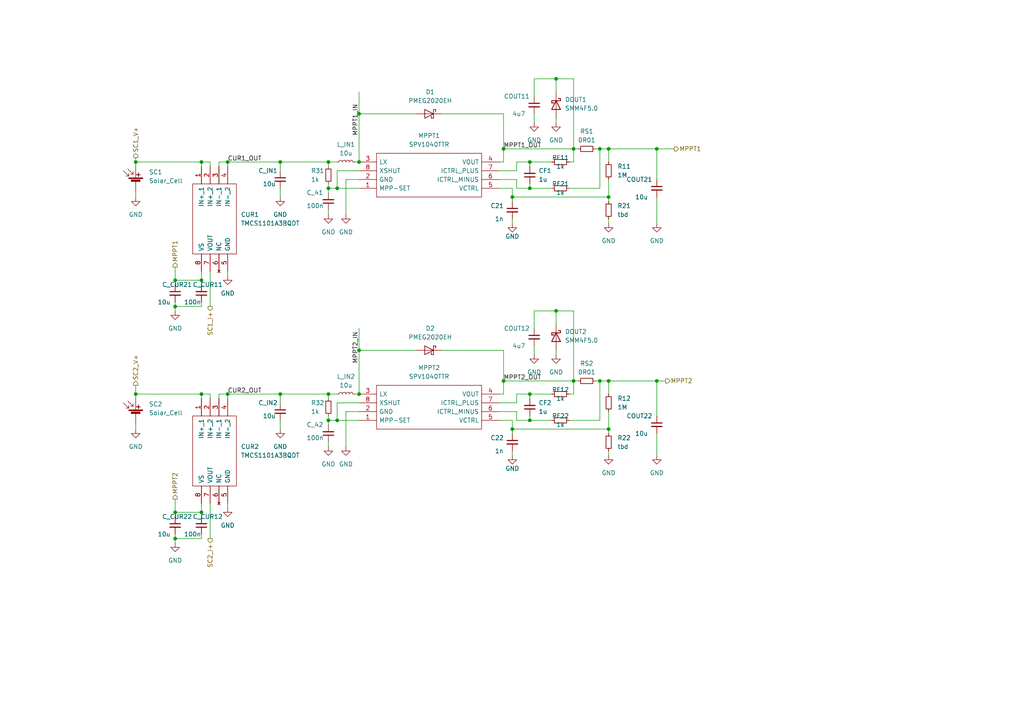
<source format=kicad_sch>
(kicad_sch (version 20211123) (generator eeschema)
  (paper "A4")
  (lib_symbols
    (symbol "Device:C_Small" (pin_numbers hide) (pin_names (offset 0.254) hide)
      (property "Reference" "C" (at 0.254 1.778 0))
      (property "Value" "C_Small" (at 0.254 -2.032 0))
      (symbol "C_Small_0_1"
        (polyline (pts (xy -1.524 -0.508) (xy 1.524 -0.508)) (stroke (width 0.3302)))
        (polyline (pts (xy -1.524 0.508) (xy 1.524 0.508)) (stroke (width 0.3048)))
      )
      (symbol "C_Small_1_1"
        (pin passive line (at 0 2.54 270) (length 2.032) (name "~") (number "1"))
        (pin passive line (at 0 -2.54 90) (length 2.032) (name "~") (number "2"))
      )
    )
    (symbol "Device:D_Schottky" (pin_numbers hide) (pin_names (offset 1.016) hide)
      (property "Reference" "D" (at 0 2.54 0))
      (property "Value" "D_Schottky" (at 0 -2.54 0))
      (symbol "D_Schottky_0_1"
        (polyline (pts (xy 1.27 0) (xy -1.27 0)))
        (polyline (pts (xy 1.27 1.27) (xy 1.27 -1.27) (xy -1.27 0) (xy 1.27 1.27)) (stroke (width 0.254)))
        (polyline (pts (xy -1.905 0.635) (xy -1.905 1.27) (xy -1.27 1.27) (xy -1.27 -1.27) (xy -0.635 -1.27) (xy -0.635 -0.635)) (stroke (width 0.254)))
      )
      (symbol "D_Schottky_1_1"
        (pin passive line (at -3.81 0 0) (length 2.54) (name "K") (number "1"))
        (pin passive line (at 3.81 0 180) (length 2.54) (name "A") (number "2"))
      )
    )
    (symbol "Device:L_Small" (pin_numbers hide) (pin_names (offset 0.254) hide)
      (property "Reference" "L" (at 0.762 1.016 0))
      (property "Value" "L_Small" (at 0.762 -1.016 0))
      (symbol "L_Small_0_1"
        (arc (start 0 -2.032) (mid 0.508 -1.524) (end 0 -1.016))
        (arc (start 0 -1.016) (mid 0.508 -0.508) (end 0 0))
        (arc (start 0 0) (mid 0.508 0.508) (end 0 1.016))
        (arc (start 0 1.016) (mid 0.508 1.524) (end 0 2.032))
      )
      (symbol "L_Small_1_1"
        (pin passive line (at 0 2.54 270) (length 0.508) (name "~") (number "1"))
        (pin passive line (at 0 -2.54 90) (length 0.508) (name "~") (number "2"))
      )
    )
    (symbol "Device:R_Small" (pin_numbers hide) (pin_names (offset 0.254) hide)
      (property "Reference" "R" (at 0.762 0.508 0))
      (property "Value" "R_Small" (at 0.762 -1.016 0))
      (symbol "R_Small_0_1"
        (rectangle (start -0.762 1.778) (end 0.762 -1.778) (stroke (width 0.2032)))
      )
      (symbol "R_Small_1_1"
        (pin passive line (at 0 2.54 270) (length 0.762) (name "~") (number "1"))
        (pin passive line (at 0 -2.54 90) (length 0.762) (name "~") (number "2"))
      )
    )
    (symbol "Device:Solar_Cell" (pin_numbers hide) (pin_names (offset 0) hide)
      (property "Reference" "SC" (at 2.54 2.54 0))
      (property "Value" "Solar_Cell" (at 2.54 0 0))
      (symbol "Solar_Cell_0_1"
        (rectangle (start -2.032 1.778) (end 2.032 1.524) (fill (type outline)))
        (rectangle (start -1.3208 1.1938) (end 1.27 0.6858) (fill (type outline)))
        (polyline (pts (xy -2.032 2.286) (xy -3.556 3.81)))
        (polyline (pts (xy -0.762 2.794) (xy -2.286 4.318)))
        (polyline (pts (xy 0 0.762) (xy 0 0)))
        (polyline (pts (xy 0 1.778) (xy 0 2.54)))
        (polyline (pts (xy 0.254 2.667) (xy 1.27 2.667)) (stroke (width 0.254)))
        (polyline (pts (xy 0.762 3.175) (xy 0.762 2.159)) (stroke (width 0.254)))
        (polyline (pts (xy -2.032 3.048) (xy -2.032 2.286) (xy -2.794 2.286)))
        (polyline (pts (xy -0.762 3.556) (xy -0.762 2.794) (xy -1.524 2.794)))
      )
      (symbol "Solar_Cell_1_1"
        (pin passive line (at 0 5.08 270) (length 2.54) (name "+") (number "1"))
        (pin passive line (at 0 -2.54 90) (length 2.54) (name "-") (number "2"))
      )
    )
    (symbol "Diode:PMEG2020EH" (pin_numbers hide) (pin_names hide)
      (property "Reference" "D" (at 0 2.54 0))
      (property "Value" "PMEG2020EH" (at 0 -2.54 0))
      (symbol "PMEG2020EH_0_1"
        (polyline (pts (xy 1.27 0) (xy -1.27 0)))
        (polyline (pts (xy 1.27 1.27) (xy 1.27 -1.27) (xy -1.27 0) (xy 1.27 1.27)) (stroke (width 0.2032)))
        (polyline (pts (xy -1.905 0.635) (xy -1.905 1.27) (xy -1.27 1.27) (xy -1.27 -1.27) (xy -0.635 -1.27) (xy -0.635 -0.635)) (stroke (width 0.2032)))
      )
      (symbol "PMEG2020EH_1_1"
        (pin passive line (at -3.81 0 0) (length 2.54) (name "K") (number "1"))
        (pin passive line (at 3.81 0 180) (length 2.54) (name "A") (number "2"))
      )
    )
    (symbol "SamacSys:SPV1040TTR" (pin_names (offset 0.762))
      (property "Reference" "IC?" (at 20.32 7.62 0))
      (property "Value" "SPV1040TTR" (at 20.32 5.08 0))
      (symbol "SPV1040TTR_0_0"
        (pin input line (at 0 -7.62 0) (length 5.08) (name "MPP-SET") (number "1"))
        (pin power_in line (at 0 -5.08 0) (length 5.08) (name "GND") (number "2"))
        (pin input line (at 0 0 0) (length 5.08) (name "LX") (number "3"))
        (pin output line (at 40.64 0 180) (length 5.08) (name "VOUT") (number "4"))
        (pin input line (at 40.64 -7.62 180) (length 5.08) (name "VCTRL") (number "5"))
        (pin input line (at 40.64 -5.08 180) (length 5.08) (name "ICTRL_MINUS") (number "6"))
        (pin input line (at 40.64 -2.54 180) (length 5.08) (name "ICTRL_PLUS") (number "7"))
        (pin input line (at 0 -2.54 0) (length 5.08) (name "XSHUT") (number "8"))
      )
      (symbol "SPV1040TTR_0_1"
        (polyline (pts (xy 5.08 2.54) (xy 35.56 2.54) (xy 35.56 -10.16) (xy 5.08 -10.16) (xy 5.08 2.54)) (stroke (width 0.1524)))
      )
    )
    (symbol "SamacSys_Parts:TMCS1101A3BQDT" (pin_names (offset 0.762))
      (property "Reference" "IC" (at 26.67 7.62 0))
      (property "Value" "TMCS1101A3BQDT" (at 26.67 5.08 0))
      (symbol "TMCS1101A3BQDT_0_0"
        (pin passive line (at 0 0 0) (length 5.08) (name "IN+_1") (number "1"))
        (pin passive line (at 0 -2.54 0) (length 5.08) (name "IN+_2") (number "2"))
        (pin passive line (at 0 -5.08 0) (length 5.08) (name "IN-_1") (number "3"))
        (pin passive line (at 0 -7.62 0) (length 5.08) (name "IN-_2") (number "4"))
        (pin passive line (at 30.48 -7.62 180) (length 5.08) (name "GND") (number "5"))
        (pin no_connect line (at 30.48 -5.08 180) (length 5.08) (name "NC") (number "6"))
        (pin passive line (at 30.48 -2.54 180) (length 5.08) (name "VOUT") (number "7"))
        (pin passive line (at 30.48 0 180) (length 5.08) (name "VS") (number "8"))
      )
      (symbol "TMCS1101A3BQDT_0_1"
        (polyline (pts (xy 5.08 2.54) (xy 25.4 2.54) (xy 25.4 -10.16) (xy 5.08 -10.16) (xy 5.08 2.54)) (stroke (width 0.1524)))
      )
    )
    (symbol "power:GND" (power) (pin_names (offset 0))
      (property "Value" "GND" (at 0 -3.81 0))
      (symbol "GND_0_1"
        (polyline (pts (xy 0 0) (xy 0 -1.27) (xy 1.27 -1.27) (xy 0 -2.54) (xy -1.27 -1.27) (xy 0 -1.27)))
      )
      (symbol "GND_1_1"
        (pin power_in line (at 0 0 270) (length 0) hide (name "GND") (number "1"))
      )
    )
  )
  (junction (at 58.42 148.59))
  (junction (at 104.14 46.99))
  (junction (at 166.37 110.49))
  (junction (at 176.53 57.15))
  (junction (at 95.25 121.92))
  (junction (at 97.79 121.92))
  (junction (at 190.5 43.18))
  (junction (at 153.67 46.99))
  (junction (at 58.42 81.28))
  (junction (at 97.79 54.61))
  (junction (at 166.37 43.18))
  (junction (at 148.59 57.15))
  (junction (at 58.42 46.99))
  (junction (at 190.5 110.49))
  (junction (at 66.04 46.99))
  (junction (at 173.99 43.18))
  (junction (at 50.8 88.9))
  (junction (at 153.67 114.3))
  (junction (at 153.67 121.92))
  (junction (at 146.05 43.18))
  (junction (at 153.67 54.61))
  (junction (at 104.14 101.6))
  (junction (at 39.37 46.99))
  (junction (at 176.53 124.46))
  (junction (at 95.25 46.99))
  (junction (at 50.8 81.28))
  (junction (at 176.53 110.49))
  (junction (at 50.8 148.59))
  (junction (at 58.42 114.3))
  (junction (at 148.59 124.46))
  (junction (at 81.28 114.3))
  (junction (at 81.28 46.99))
  (junction (at 173.99 110.49))
  (junction (at 66.04 114.3))
  (junction (at 95.25 114.3))
  (junction (at 95.25 54.61))
  (junction (at 161.29 22.86))
  (junction (at 104.14 114.3))
  (junction (at 176.53 43.18))
  (junction (at 146.05 110.49))
  (junction (at 39.37 114.3))
  (junction (at 104.14 33.02))
  (junction (at 50.8 156.21))
  (junction (at 161.29 90.17))
  (wire (pts (xy 39.37 46.99) (xy 39.37 48.26)))
  (wire (pts (xy 81.28 121.92) (xy 81.28 124.46)))
  (wire (pts (xy 165.1 54.61) (xy 173.99 54.61)))
  (wire (pts (xy 63.5 46.99) (xy 63.5 48.26)))
  (wire (pts (xy 50.8 156.21) (xy 58.42 156.21)))
  (wire (pts (xy 97.79 49.53) (xy 97.79 54.61)))
  (wire (pts (xy 104.14 26.67) (xy 104.14 33.02)))
  (wire (pts (xy 97.79 116.84) (xy 97.79 121.92)))
  (wire (pts (xy 128.27 101.6) (xy 146.05 101.6)))
  (wire (pts (xy 161.29 90.17) (xy 166.37 90.17)))
  (wire (pts (xy 153.67 121.92) (xy 153.67 120.65)))
  (wire (pts (xy 148.59 57.15) (xy 148.59 54.61)))
  (wire (pts (xy 50.8 156.21) (xy 50.8 157.48)))
  (wire (pts (xy 50.8 88.9) (xy 58.42 88.9)))
  (wire (pts (xy 146.05 101.6) (xy 146.05 110.49)))
  (wire (pts (xy 154.94 27.94) (xy 154.94 22.86)))
  (wire (pts (xy 153.67 46.99) (xy 160.02 46.99)))
  (wire (pts (xy 104.14 49.53) (xy 97.79 49.53)))
  (wire (pts (xy 148.59 124.46) (xy 148.59 121.92)))
  (wire (pts (xy 97.79 121.92) (xy 95.25 121.92)))
  (wire (pts (xy 95.25 114.3) (xy 97.79 114.3)))
  (wire (pts (xy 66.04 46.99) (xy 81.28 46.99)))
  (wire (pts (xy 95.25 54.61) (xy 95.25 55.88)))
  (wire (pts (xy 153.67 121.92) (xy 160.02 121.92)))
  (wire (pts (xy 153.67 46.99) (xy 149.86 46.99)))
  (wire (pts (xy 149.86 54.61) (xy 153.67 54.61)))
  (wire (pts (xy 161.29 34.29) (xy 161.29 35.56)))
  (wire (pts (xy 81.28 116.84) (xy 81.28 114.3)))
  (wire (pts (xy 104.14 119.38) (xy 100.33 119.38)))
  (wire (pts (xy 176.53 124.46) (xy 148.59 124.46)))
  (wire (pts (xy 166.37 114.3) (xy 165.1 114.3)))
  (wire (pts (xy 193.04 110.49) (xy 190.5 110.49)))
  (wire (pts (xy 58.42 114.3) (xy 60.96 114.3)))
  (wire (pts (xy 190.5 110.49) (xy 176.53 110.49)))
  (wire (pts (xy 149.86 119.38) (xy 149.86 121.92)))
  (wire (pts (xy 166.37 43.18) (xy 167.64 43.18)))
  (wire (pts (xy 166.37 22.86) (xy 166.37 43.18)))
  (wire (pts (xy 50.8 81.28) (xy 50.8 82.55)))
  (wire (pts (xy 176.53 43.18) (xy 173.99 43.18)))
  (wire (pts (xy 144.78 52.07) (xy 149.86 52.07)))
  (wire (pts (xy 165.1 121.92) (xy 173.99 121.92)))
  (wire (pts (xy 146.05 43.18) (xy 166.37 43.18)))
  (wire (pts (xy 81.28 49.53) (xy 81.28 46.99)))
  (wire (pts (xy 39.37 111.76) (xy 39.37 114.3)))
  (wire (pts (xy 95.25 114.3) (xy 95.25 115.57)))
  (wire (pts (xy 149.86 114.3) (xy 149.86 116.84)))
  (wire (pts (xy 154.94 33.02) (xy 154.94 35.56)))
  (wire (pts (xy 153.67 54.61) (xy 160.02 54.61)))
  (wire (pts (xy 104.14 121.92) (xy 97.79 121.92)))
  (wire (pts (xy 60.96 114.3) (xy 60.96 115.57)))
  (wire (pts (xy 161.29 22.86) (xy 161.29 26.67)))
  (wire (pts (xy 176.53 114.3) (xy 176.53 110.49)))
  (wire (pts (xy 190.5 125.73) (xy 190.5 132.08)))
  (wire (pts (xy 166.37 110.49) (xy 167.64 110.49)))
  (wire (pts (xy 50.8 148.59) (xy 50.8 149.86)))
  (wire (pts (xy 60.96 46.99) (xy 60.96 48.26)))
  (wire (pts (xy 58.42 78.74) (xy 58.42 81.28)))
  (wire (pts (xy 58.42 154.94) (xy 58.42 156.21)))
  (wire (pts (xy 149.86 49.53) (xy 144.78 49.53)))
  (wire (pts (xy 154.94 95.25) (xy 154.94 90.17)))
  (wire (pts (xy 97.79 54.61) (xy 95.25 54.61)))
  (wire (pts (xy 58.42 87.63) (xy 58.42 88.9)))
  (wire (pts (xy 50.8 87.63) (xy 50.8 88.9)))
  (wire (pts (xy 172.72 110.49) (xy 173.99 110.49)))
  (wire (pts (xy 95.25 54.61) (xy 95.25 53.34)))
  (wire (pts (xy 95.25 128.27) (xy 95.25 129.54)))
  (wire (pts (xy 144.78 119.38) (xy 149.86 119.38)))
  (wire (pts (xy 58.42 146.05) (xy 58.42 148.59)))
  (wire (pts (xy 172.72 43.18) (xy 173.99 43.18)))
  (wire (pts (xy 66.04 78.74) (xy 66.04 80.01)))
  (wire (pts (xy 58.42 46.99) (xy 60.96 46.99)))
  (wire (pts (xy 100.33 52.07) (xy 100.33 62.23)))
  (wire (pts (xy 153.67 114.3) (xy 160.02 114.3)))
  (wire (pts (xy 176.53 52.07) (xy 176.53 57.15)))
  (wire (pts (xy 144.78 54.61) (xy 148.59 54.61)))
  (wire (pts (xy 195.58 43.18) (xy 190.5 43.18)))
  (wire (pts (xy 166.37 110.49) (xy 166.37 114.3)))
  (wire (pts (xy 104.14 95.25) (xy 104.14 101.6)))
  (wire (pts (xy 100.33 119.38) (xy 100.33 129.54)))
  (wire (pts (xy 161.29 22.86) (xy 166.37 22.86)))
  (wire (pts (xy 104.14 33.02) (xy 120.65 33.02)))
  (wire (pts (xy 63.5 114.3) (xy 63.5 115.57)))
  (wire (pts (xy 190.5 57.15) (xy 190.5 64.77)))
  (wire (pts (xy 153.67 115.57) (xy 153.67 114.3)))
  (wire (pts (xy 146.05 46.99) (xy 146.05 43.18)))
  (wire (pts (xy 190.5 110.49) (xy 190.5 120.65)))
  (wire (pts (xy 95.25 46.99) (xy 97.79 46.99)))
  (wire (pts (xy 153.67 54.61) (xy 153.67 53.34)))
  (wire (pts (xy 81.28 114.3) (xy 95.25 114.3)))
  (wire (pts (xy 58.42 148.59) (xy 58.42 149.86)))
  (wire (pts (xy 66.04 114.3) (xy 66.04 115.57)))
  (wire (pts (xy 104.14 101.6) (xy 104.14 114.3)))
  (wire (pts (xy 176.53 46.99) (xy 176.53 43.18)))
  (wire (pts (xy 95.25 60.96) (xy 95.25 62.23)))
  (wire (pts (xy 50.8 144.78) (xy 50.8 148.59)))
  (wire (pts (xy 104.14 33.02) (xy 104.14 46.99)))
  (wire (pts (xy 60.96 146.05) (xy 60.96 156.21)))
  (wire (pts (xy 95.25 121.92) (xy 95.25 120.65)))
  (wire (pts (xy 190.5 43.18) (xy 176.53 43.18)))
  (wire (pts (xy 166.37 90.17) (xy 166.37 110.49)))
  (wire (pts (xy 153.67 48.26) (xy 153.67 46.99)))
  (wire (pts (xy 104.14 116.84) (xy 97.79 116.84)))
  (wire (pts (xy 148.59 132.08) (xy 148.59 130.81)))
  (wire (pts (xy 63.5 114.3) (xy 66.04 114.3)))
  (wire (pts (xy 50.8 148.59) (xy 58.42 148.59)))
  (wire (pts (xy 63.5 46.99) (xy 66.04 46.99)))
  (wire (pts (xy 39.37 45.72) (xy 39.37 46.99)))
  (wire (pts (xy 176.53 130.81) (xy 176.53 132.08)))
  (wire (pts (xy 128.27 33.02) (xy 146.05 33.02)))
  (wire (pts (xy 190.5 43.18) (xy 190.5 52.07)))
  (wire (pts (xy 104.14 54.61) (xy 97.79 54.61)))
  (wire (pts (xy 39.37 123.19) (xy 39.37 124.46)))
  (wire (pts (xy 176.53 125.73) (xy 176.53 124.46)))
  (wire (pts (xy 104.14 52.07) (xy 100.33 52.07)))
  (wire (pts (xy 66.04 46.99) (xy 66.04 48.26)))
  (wire (pts (xy 58.42 81.28) (xy 58.42 82.55)))
  (wire (pts (xy 161.29 101.6) (xy 161.29 102.87)))
  (wire (pts (xy 146.05 110.49) (xy 166.37 110.49)))
  (wire (pts (xy 39.37 114.3) (xy 58.42 114.3)))
  (wire (pts (xy 95.25 121.92) (xy 95.25 123.19)))
  (wire (pts (xy 149.86 116.84) (xy 144.78 116.84)))
  (wire (pts (xy 50.8 77.47) (xy 50.8 81.28)))
  (wire (pts (xy 154.94 22.86) (xy 161.29 22.86)))
  (wire (pts (xy 39.37 46.99) (xy 58.42 46.99)))
  (wire (pts (xy 149.86 121.92) (xy 153.67 121.92)))
  (wire (pts (xy 66.04 114.3) (xy 81.28 114.3)))
  (wire (pts (xy 176.53 119.38) (xy 176.53 124.46)))
  (wire (pts (xy 58.42 46.99) (xy 58.42 48.26)))
  (wire (pts (xy 176.53 57.15) (xy 148.59 57.15)))
  (wire (pts (xy 50.8 88.9) (xy 50.8 90.17)))
  (wire (pts (xy 149.86 46.99) (xy 149.86 49.53)))
  (wire (pts (xy 95.25 46.99) (xy 95.25 48.26)))
  (wire (pts (xy 81.28 54.61) (xy 81.28 57.15)))
  (wire (pts (xy 60.96 78.74) (xy 60.96 88.9)))
  (wire (pts (xy 148.59 124.46) (xy 148.59 125.73)))
  (wire (pts (xy 148.59 64.77) (xy 148.59 63.5)))
  (wire (pts (xy 176.53 63.5) (xy 176.53 64.77)))
  (wire (pts (xy 144.78 46.99) (xy 146.05 46.99)))
  (wire (pts (xy 173.99 110.49) (xy 173.99 121.92)))
  (wire (pts (xy 102.87 114.3) (xy 104.14 114.3)))
  (wire (pts (xy 58.42 114.3) (xy 58.42 115.57)))
  (wire (pts (xy 161.29 90.17) (xy 161.29 93.98)))
  (wire (pts (xy 176.53 110.49) (xy 173.99 110.49)))
  (wire (pts (xy 166.37 46.99) (xy 165.1 46.99)))
  (wire (pts (xy 146.05 114.3) (xy 146.05 110.49)))
  (wire (pts (xy 153.67 114.3) (xy 149.86 114.3)))
  (wire (pts (xy 39.37 55.88) (xy 39.37 57.15)))
  (wire (pts (xy 154.94 100.33) (xy 154.94 102.87)))
  (wire (pts (xy 148.59 57.15) (xy 148.59 58.42)))
  (wire (pts (xy 104.14 101.6) (xy 120.65 101.6)))
  (wire (pts (xy 144.78 114.3) (xy 146.05 114.3)))
  (wire (pts (xy 144.78 121.92) (xy 148.59 121.92)))
  (wire (pts (xy 66.04 146.05) (xy 66.04 147.32)))
  (wire (pts (xy 50.8 154.94) (xy 50.8 156.21)))
  (wire (pts (xy 50.8 81.28) (xy 58.42 81.28)))
  (wire (pts (xy 146.05 33.02) (xy 146.05 43.18)))
  (wire (pts (xy 39.37 114.3) (xy 39.37 115.57)))
  (wire (pts (xy 102.87 46.99) (xy 104.14 46.99)))
  (wire (pts (xy 176.53 58.42) (xy 176.53 57.15)))
  (wire (pts (xy 149.86 52.07) (xy 149.86 54.61)))
  (wire (pts (xy 166.37 43.18) (xy 166.37 46.99)))
  (wire (pts (xy 81.28 46.99) (xy 95.25 46.99)))
  (wire (pts (xy 154.94 90.17) (xy 161.29 90.17)))
  (wire (pts (xy 173.99 43.18) (xy 173.99 54.61)))
  (label "CUR1_OUT" (at 66.04 46.99 0))
  (label "CUR2_OUT" (at 66.04 114.3 0))
  (label "MPPT1_OUT" (at 146.05 43.18 0))
  (label "MPPT2_OUT" (at 146.05 110.49 0))
  (label "MPPT2_IN" (at 104.14 105.41 90))
  (label "MPPT1_IN" (at 104.14 39.37 90))
  (hierarchical_label "MPPT1" (shape output) (at 50.8 77.47 90))
  (hierarchical_label "SC2_V+" (shape output) (at 39.37 111.76 90))
  (hierarchical_label "SC2_I+" (shape output) (at 60.96 156.21 270))
  (hierarchical_label "SC1_I+" (shape output) (at 60.96 88.9 270))
  (hierarchical_label "SC1_V+" (shape output) (at 39.37 45.72 90))
  (hierarchical_label "MPPT2" (shape output) (at 50.8 144.78 90))
  (hierarchical_label "MPPT2" (shape output) (at 193.04 110.49 0))
  (hierarchical_label "MPPT1" (shape output) (at 195.58 43.18 0))
  (symbol (lib_id "Device:R_Small") (at 170.18 43.18 270) (unit 1)
    (property "Reference" "RS1" (at 170.18 38.1 90))
    (property "Value" "0R01" (at 170.18 40.64 90))
    (property "Footprint" "Resistor_SMD:R_0603_1608Metric" (effects hide))
  )
  (symbol (lib_id "Device:L_Small") (at 100.33 114.3 90) (unit 1)
    (property "Reference" "L_IN2" (at 100.33 109.22 90))
    (property "Value" "10u" (at 100.33 111.76 90))
    (property "Footprint" "STS_Inductor_SMD:XAL6060103MEC" (effects hide))
  )
  (symbol (lib_id "power:GND") (at 161.29 102.87 0) (unit 1)
    (property "Reference" "#PWR017" (effects hide))
    (property "Value" "GND" (at 161.29 107.95 0))
  )
  (symbol (lib_id "Device:C_Small") (at 58.42 152.4 180) (unit 1)
    (property "Reference" "C_CUR12" (at 55.88 149.86 0) (effects (justify right)))
    (property "Value" "100n" (at 53.34 154.94 0) (effects (justify right)))
    (property "Footprint" "Capacitor_SMD:C_0603_1608Metric" (effects hide))
  )
  (symbol (lib_id "Diode:PMEG2020EH") (at 124.46 33.02 0) (mirror y) (unit 1)
    (property "Reference" "D1" (at 124.7775 26.67 0))
    (property "Value" "PMEG2020EH" (at 124.7775 29.21 0))
    (property "Footprint" "Diode_SMD:D_SOD-123F" (effects hide))
    (property "Datasheet" "https://assets.nexperia.com/documents/data-sheet/PMEG2020EH_EJ.pdf" (effects hide))
  )
  (symbol (lib_id "Device:C_Small") (at 148.59 60.96 0) (unit 1)
    (property "Reference" "C21" (at 142.24 59.69 0) (effects (justify left)))
    (property "Value" "1n" (at 143.51 63.5 0) (effects (justify left)))
    (property "Footprint" "Capacitor_SMD:C_0603_1608Metric" (effects hide))
  )
  (symbol (lib_id "power:GND") (at 81.28 124.46 0) (unit 1)
    (property "Reference" "#PWR09" (effects hide))
    (property "Value" "GND" (at 81.28 129.54 0))
  )
  (symbol (lib_id "Device:C_Small") (at 190.5 54.61 0) (unit 1)
    (property "Reference" "COUT21" (at 189.23 52.07 0) (effects (justify right)))
    (property "Value" "10u" (at 187.96 57.15 0) (effects (justify right)))
    (property "Footprint" "Capacitor_SMD:C_0603_1608Metric" (effects hide))
  )
  (symbol (lib_id "Device:C_Small") (at 190.5 123.19 0) (unit 1)
    (property "Reference" "COUT22" (at 189.23 120.65 0) (effects (justify right)))
    (property "Value" "10u" (at 187.96 125.73 0) (effects (justify right)))
    (property "Footprint" "Capacitor_SMD:C_0603_1608Metric" (effects hide))
  )
  (symbol (lib_id "Diode:PMEG2020EH") (at 124.46 101.6 0) (mirror y) (unit 1)
    (property "Reference" "D2" (at 124.7775 95.25 0))
    (property "Value" "PMEG2020EH" (at 124.7775 97.79 0))
    (property "Footprint" "Diode_SMD:D_SOD-123F" (effects hide))
    (property "Datasheet" "https://assets.nexperia.com/documents/data-sheet/PMEG2020EH_EJ.pdf" (effects hide))
  )
  (symbol (lib_id "power:GND") (at 95.25 62.23 0) (unit 1)
    (property "Reference" "#PWR010" (effects hide))
    (property "Value" "GND" (at 95.25 67.31 0))
  )
  (symbol (lib_id "power:GND") (at 190.5 132.08 0) (unit 1)
    (property "Reference" "#PWR0110" (effects hide))
    (property "Value" "GND" (at 190.5 137.16 0))
  )
  (symbol (lib_id "Device:Solar_Cell") (at 39.37 120.65 0) (unit 1)
    (property "Reference" "SC2" (at 43.18 117.2209 0) (effects (justify left)))
    (property "Value" "Solar_Cell" (at 43.18 119.7609 0) (effects (justify left)))
    (property "Footprint" "STS_Solarcells:3G30A_40x80" (effects hide))
  )
  (symbol (lib_id "Device:R_Small") (at 176.53 60.96 180) (unit 1)
    (property "Reference" "R21" (at 179.07 59.6899 0) (effects (justify right)))
    (property "Value" "tbd" (at 179.07 62.2299 0) (effects (justify right)))
    (property "Footprint" "Resistor_SMD:R_0603_1608Metric" (effects hide))
  )
  (symbol (lib_id "power:GND") (at 176.53 132.08 0) (unit 1)
    (property "Reference" "#PWR018" (effects hide))
    (property "Value" "GND" (at 176.53 137.16 0))
  )
  (symbol (lib_id "power:GND") (at 95.25 129.54 0) (unit 1)
    (property "Reference" "#PWR011" (effects hide))
    (property "Value" "GND" (at 95.25 134.62 0))
  )
  (symbol (lib_id "Device:C_Small") (at 81.28 119.38 0) (unit 1)
    (property "Reference" "C_IN2" (at 74.93 116.84 0) (effects (justify left)))
    (property "Value" "10u" (at 76.2 120.65 0) (effects (justify left)))
    (property "Footprint" "Capacitor_SMD:C_0603_1608Metric" (effects hide))
  )
  (symbol (lib_id "Device:R_Small") (at 176.53 49.53 180) (unit 1)
    (property "Reference" "R11" (at 179.07 48.2599 0) (effects (justify right)))
    (property "Value" "1M" (at 179.07 50.7999 0) (effects (justify right)))
    (property "Footprint" "Resistor_SMD:R_0603_1608Metric" (effects hide))
  )
  (symbol (lib_id "Device:R_Small") (at 95.25 50.8 180) (unit 1)
    (property "Reference" "R31" (at 90.17 49.53 0) (effects (justify right)))
    (property "Value" "1k" (at 90.17 52.07 0) (effects (justify right)))
    (property "Footprint" "Resistor_SMD:R_0603_1608Metric" (effects hide))
  )
  (symbol (lib_id "Device:R_Small") (at 170.18 110.49 270) (unit 1)
    (property "Reference" "RS2" (at 170.18 105.41 90))
    (property "Value" "0R01" (at 170.18 107.95 90))
    (property "Footprint" "Resistor_SMD:R_0603_1608Metric" (effects hide))
  )
  (symbol (lib_id "Device:C_Small") (at 154.94 97.79 0) (unit 1)
    (property "Reference" "COUT12" (at 153.67 95.25 0) (effects (justify right)))
    (property "Value" "4u7" (at 152.4 100.33 0) (effects (justify right)))
    (property "Footprint" "Capacitor_SMD:C_0603_1608Metric" (effects hide))
  )
  (symbol (lib_id "power:GND") (at 39.37 57.15 0) (unit 1)
    (property "Reference" "#PWR0108" (effects hide))
    (property "Value" "GND" (at 39.37 62.23 0))
  )
  (symbol (lib_id "power:GND") (at 66.04 80.01 0) (unit 1)
    (property "Reference" "#PWR07" (effects hide))
    (property "Value" "GND" (at 66.04 85.09 0))
  )
  (symbol (lib_id "Device:D_Schottky") (at 161.29 97.79 270) (unit 1)
    (property "Reference" "DOUT2" (at 163.83 96.2024 90) (effects (justify left)))
    (property "Value" "SMM4F5.0" (at 163.83 98.7424 90) (effects (justify left)))
    (property "Footprint" "SamacSys:STMITE" (effects hide))
  )
  (symbol (lib_id "SamacSys:SPV1040TTR") (at 104.14 46.99 0) (unit 1)
    (property "Reference" "MPPT1" (at 124.46 39.37 0))
    (property "Value" "SPV1040TTR" (at 124.46 41.91 0))
    (property "Footprint" "Package_SO:TSSOP-8_4.4x3mm_P0.65mm" (effects hide))
    (property "Description" "Switching Voltage Regulators Hi Eff Solar Charger MPPT 0.3V to 5.5V" (effects hide))
    (property "Height" "1.2" (effects hide))
    (property "Mouser Part Number" "511-SPV1040TTR" (effects hide))
    (property "Mouser Price/Stock" "https://www.mouser.co.uk/ProductDetail/STMicroelectronics/SPV1040TTR?qs=AHLdMMsI%252Bhr%2Fj5DYN1qCwQ%3D%3D" (effects hide))
    (property "Manufacturer_Name" "STMicroelectronics" (effects hide))
    (property "Manufacturer_Part_Number" "SPV1040TTR" (effects hide))
  )
  (symbol (lib_id "Device:R_Small") (at 162.56 46.99 270) (unit 1)
    (property "Reference" "RF11" (at 162.56 45.72 90))
    (property "Value" "1k" (at 162.56 48.26 90))
    (property "Footprint" "Resistor_SMD:R_0603_1608Metric" (effects hide))
  )
  (symbol (lib_id "power:GND") (at 154.94 35.56 0) (unit 1)
    (property "Reference" "#PWR014" (effects hide))
    (property "Value" "GND" (at 154.94 40.64 0))
  )
  (symbol (lib_id "Device:C_Small") (at 81.28 52.07 0) (unit 1)
    (property "Reference" "C_IN1" (at 74.93 49.53 0) (effects (justify left)))
    (property "Value" "10u" (at 76.2 53.34 0) (effects (justify left)))
    (property "Footprint" "Capacitor_SMD:C_0603_1608Metric" (effects hide))
  )
  (symbol (lib_id "power:GND") (at 190.5 64.77 0) (unit 1)
    (property "Reference" "#PWR0109" (effects hide))
    (property "Value" "GND" (at 190.5 69.85 0))
  )
  (symbol (lib_id "Device:C_Small") (at 154.94 30.48 0) (unit 1)
    (property "Reference" "COUT11" (at 153.67 27.94 0) (effects (justify right)))
    (property "Value" "4u7" (at 152.4 33.02 0) (effects (justify right)))
    (property "Footprint" "Capacitor_SMD:C_0603_1608Metric" (effects hide))
  )
  (symbol (lib_id "power:GND") (at 148.59 132.08 0) (unit 1)
    (property "Reference" "#PWR013" (effects hide))
    (property "Value" "GND" (at 148.59 135.89 0))
  )
  (symbol (lib_id "Device:R_Small") (at 162.56 54.61 270) (unit 1)
    (property "Reference" "RF21" (at 162.56 53.34 90))
    (property "Value" "1k" (at 162.56 55.88 90))
    (property "Footprint" "Resistor_SMD:R_0603_1608Metric" (effects hide))
  )
  (symbol (lib_id "SamacSys_Parts:TMCS1101A3BQDT") (at 58.42 48.26 90) (mirror x) (unit 1)
    (property "Reference" "CUR1" (at 69.85 62.2299 90) (effects (justify right)))
    (property "Value" "TMCS1101A3BQDT" (at 69.85 64.7699 90) (effects (justify right)))
    (property "Footprint" "Package_SO:SOIC-8_3.9x4.9mm_P1.27mm" (effects hide))
    (property "Datasheet" "http://www.ti.com/general/docs/lit/getliterature.tsp?genericPartNumber=TMCS1101&fileType=pdf" (effects hide))
    (property "Description" "Board Mount Current Sensors Precision isolated current sensor with internal reference 8-SOIC -40 to 125" (effects hide))
    (property "Height" "1.75" (effects hide))
    (property "Mouser Part Number" "595-TMCS1101A3BQDT" (effects hide))
    (property "Mouser Price/Stock" "https://www.mouser.co.uk/ProductDetail/Texas-Instruments/TMCS1101A3BQDT?qs=sPbYRqrBIVlcEjfuuH8LqA%3D%3D" (effects hide))
    (property "Manufacturer_Name" "Texas Instruments" (effects hide))
    (property "Manufacturer_Part_Number" "TMCS1101A3BQDT" (effects hide))
  )
  (symbol (lib_id "Device:R_Small") (at 176.53 128.27 180) (unit 1)
    (property "Reference" "R22" (at 179.07 126.9999 0) (effects (justify right)))
    (property "Value" "tbd" (at 179.07 129.5399 0) (effects (justify right)))
    (property "Footprint" "Resistor_SMD:R_0603_1608Metric" (effects hide))
  )
  (symbol (lib_id "Device:C_Small") (at 153.67 50.8 180) (unit 1)
    (property "Reference" "CF1" (at 156.21 49.5235 0) (effects (justify right)))
    (property "Value" "1u" (at 156.21 52.0635 0) (effects (justify right)))
    (property "Footprint" "Capacitor_SMD:C_0603_1608Metric" (effects hide))
  )
  (symbol (lib_id "Device:C_Small") (at 153.67 118.11 180) (unit 1)
    (property "Reference" "CF2" (at 156.21 116.8335 0) (effects (justify right)))
    (property "Value" "1u" (at 156.21 119.3735 0) (effects (justify right)))
    (property "Footprint" "Capacitor_SMD:C_0603_1608Metric" (effects hide))
  )
  (symbol (lib_id "power:GND") (at 39.37 124.46 0) (unit 1)
    (property "Reference" "#PWR0107" (effects hide))
    (property "Value" "GND" (at 39.37 129.54 0))
  )
  (symbol (lib_id "Device:C_Small") (at 50.8 152.4 0) (mirror y) (unit 1)
    (property "Reference" "C_CUR22" (at 46.99 149.86 0) (effects (justify right)))
    (property "Value" "10u" (at 45.72 154.94 0) (effects (justify right)))
    (property "Footprint" "Capacitor_SMD:C_0603_1608Metric" (effects hide))
  )
  (symbol (lib_id "Device:C_Small") (at 95.25 58.42 180) (unit 1)
    (property "Reference" "C_41" (at 88.9 55.88 0) (effects (justify right)))
    (property "Value" "100n" (at 88.9 59.69 0) (effects (justify right)))
    (property "Footprint" "Capacitor_SMD:C_0603_1608Metric" (effects hide))
  )
  (symbol (lib_id "power:GND") (at 154.94 102.87 0) (unit 1)
    (property "Reference" "#PWR015" (effects hide))
    (property "Value" "GND" (at 154.94 107.95 0))
  )
  (symbol (lib_id "power:GND") (at 66.04 147.32 0) (unit 1)
    (property "Reference" "#PWR08" (effects hide))
    (property "Value" "GND" (at 66.04 152.4 0))
  )
  (symbol (lib_id "Device:R_Small") (at 162.56 114.3 270) (unit 1)
    (property "Reference" "RF12" (at 162.56 113.03 90))
    (property "Value" "1k" (at 162.56 115.57 90))
    (property "Footprint" "Resistor_SMD:R_0603_1608Metric" (effects hide))
  )
  (symbol (lib_id "Device:C_Small") (at 50.8 85.09 0) (mirror y) (unit 1)
    (property "Reference" "C_CUR21" (at 46.99 82.55 0) (effects (justify right)))
    (property "Value" "10u" (at 45.72 87.63 0) (effects (justify right)))
    (property "Footprint" "Capacitor_SMD:C_0603_1608Metric" (effects hide))
  )
  (symbol (lib_id "SamacSys_Parts:TMCS1101A3BQDT") (at 58.42 115.57 90) (mirror x) (unit 1)
    (property "Reference" "CUR2" (at 69.85 129.5399 90) (effects (justify right)))
    (property "Value" "TMCS1101A3BQDT" (at 69.85 132.0799 90) (effects (justify right)))
    (property "Footprint" "Package_SO:SOIC-8_3.9x4.9mm_P1.27mm" (effects hide))
    (property "Datasheet" "http://www.ti.com/general/docs/lit/getliterature.tsp?genericPartNumber=TMCS1101&fileType=pdf" (effects hide))
    (property "Description" "Board Mount Current Sensors Precision isolated current sensor with internal reference 8-SOIC -40 to 125" (effects hide))
    (property "Height" "1.75" (effects hide))
    (property "Mouser Part Number" "595-TMCS1101A3BQDT" (effects hide))
    (property "Mouser Price/Stock" "https://www.mouser.co.uk/ProductDetail/Texas-Instruments/TMCS1101A3BQDT?qs=sPbYRqrBIVlcEjfuuH8LqA%3D%3D" (effects hide))
    (property "Manufacturer_Name" "Texas Instruments" (effects hide))
    (property "Manufacturer_Part_Number" "TMCS1101A3BQDT" (effects hide))
  )
  (symbol (lib_id "Device:L_Small") (at 100.33 46.99 90) (unit 1)
    (property "Reference" "L_IN1" (at 100.33 41.91 90))
    (property "Value" "10u" (at 100.33 44.45 90))
    (property "Footprint" "STS_Inductor_SMD:XAL6060103MEC" (effects hide))
  )
  (symbol (lib_id "Device:R_Small") (at 95.25 118.11 180) (unit 1)
    (property "Reference" "R32" (at 90.17 116.84 0) (effects (justify right)))
    (property "Value" "1k" (at 90.17 119.38 0) (effects (justify right)))
    (property "Footprint" "Resistor_SMD:R_0603_1608Metric" (effects hide))
  )
  (symbol (lib_id "power:GND") (at 50.8 90.17 0) (unit 1)
    (property "Reference" "#PWR01" (effects hide))
    (property "Value" "GND" (at 50.8 95.25 0))
  )
  (symbol (lib_id "Device:D_Schottky") (at 161.29 30.48 270) (unit 1)
    (property "Reference" "DOUT1" (at 163.83 28.8924 90) (effects (justify left)))
    (property "Value" "SMM4F5.0" (at 163.83 31.4324 90) (effects (justify left)))
    (property "Footprint" "SamacSys:STMITE" (effects hide))
  )
  (symbol (lib_id "power:GND") (at 176.53 64.77 0) (unit 1)
    (property "Reference" "#PWR0104" (effects hide))
    (property "Value" "GND" (at 176.53 69.85 0))
  )
  (symbol (lib_id "Device:C_Small") (at 148.59 128.27 0) (unit 1)
    (property "Reference" "C22" (at 142.24 127 0) (effects (justify left)))
    (property "Value" "1n" (at 143.51 130.81 0) (effects (justify left)))
    (property "Footprint" "Capacitor_SMD:C_0603_1608Metric" (effects hide))
  )
  (symbol (lib_id "Device:C_Small") (at 58.42 85.09 180) (unit 1)
    (property "Reference" "C_CUR11" (at 55.88 82.55 0) (effects (justify right)))
    (property "Value" "100n" (at 53.34 87.63 0) (effects (justify right)))
    (property "Footprint" "Capacitor_SMD:C_0603_1608Metric" (effects hide))
  )
  (symbol (lib_id "power:GND") (at 81.28 57.15 0) (unit 1)
    (property "Reference" "#PWR0106" (effects hide))
    (property "Value" "GND" (at 81.28 62.23 0))
  )
  (symbol (lib_id "power:GND") (at 100.33 129.54 0) (unit 1)
    (property "Reference" "#PWR012" (effects hide))
    (property "Value" "GND" (at 100.33 134.62 0))
  )
  (symbol (lib_id "Device:R_Small") (at 176.53 116.84 180) (unit 1)
    (property "Reference" "R12" (at 179.07 115.5699 0) (effects (justify right)))
    (property "Value" "1M" (at 179.07 118.1099 0) (effects (justify right)))
    (property "Footprint" "Resistor_SMD:R_0603_1608Metric" (effects hide))
  )
  (symbol (lib_id "power:GND") (at 148.59 64.77 0) (unit 1)
    (property "Reference" "#PWR0103" (effects hide))
    (property "Value" "GND" (at 148.59 68.58 0))
  )
  (symbol (lib_id "Device:Solar_Cell") (at 39.37 53.34 0) (unit 1)
    (property "Reference" "SC1" (at 43.18 49.9109 0) (effects (justify left)))
    (property "Value" "Solar_Cell" (at 43.18 52.4509 0) (effects (justify left)))
    (property "Footprint" "STS_Solarcells:3G30A_40x80" (effects hide))
  )
  (symbol (lib_id "power:GND") (at 100.33 62.23 0) (unit 1)
    (property "Reference" "#PWR0105" (effects hide))
    (property "Value" "GND" (at 100.33 67.31 0))
  )
  (symbol (lib_id "Device:R_Small") (at 162.56 121.92 270) (unit 1)
    (property "Reference" "RF22" (at 162.56 120.65 90))
    (property "Value" "1k" (at 162.56 123.19 90))
    (property "Footprint" "Resistor_SMD:R_0603_1608Metric" (effects hide))
  )
  (symbol (lib_id "Device:C_Small") (at 95.25 125.73 180) (unit 1)
    (property "Reference" "C_42" (at 88.9 123.19 0) (effects (justify right)))
    (property "Value" "100n" (at 88.9 127 0) (effects (justify right)))
    (property "Footprint" "Capacitor_SMD:C_0603_1608Metric" (effects hide))
  )
  (symbol (lib_id "power:GND") (at 50.8 157.48 0) (unit 1)
    (property "Reference" "#PWR06" (effects hide))
    (property "Value" "GND" (at 50.8 162.56 0))
  )
  (symbol (lib_id "power:GND") (at 161.29 35.56 0) (unit 1)
    (property "Reference" "#PWR016" (effects hide))
    (property "Value" "GND" (at 161.29 40.64 0))
  )
  (symbol (lib_id "SamacSys:SPV1040TTR") (at 104.14 114.3 0) (unit 1)
    (property "Reference" "MPPT2" (at 124.46 106.68 0))
    (property "Value" "SPV1040TTR" (at 124.46 109.22 0))
    (property "Footprint" "Package_SO:TSSOP-8_4.4x3mm_P0.65mm" (effects hide))
    (property "Description" "Switching Voltage Regulators Hi Eff Solar Charger MPPT 0.3V to 5.5V" (effects hide))
    (property "Height" "1.2" (effects hide))
    (property "Mouser Part Number" "511-SPV1040TTR" (effects hide))
    (property "Mouser Price/Stock" "https://www.mouser.co.uk/ProductDetail/STMicroelectronics/SPV1040TTR?qs=AHLdMMsI%252Bhr%2Fj5DYN1qCwQ%3D%3D" (effects hide))
    (property "Manufacturer_Name" "STMicroelectronics" (effects hide))
    (property "Manufacturer_Part_Number" "SPV1040TTR" (effects hide))
  )
)
</source>
